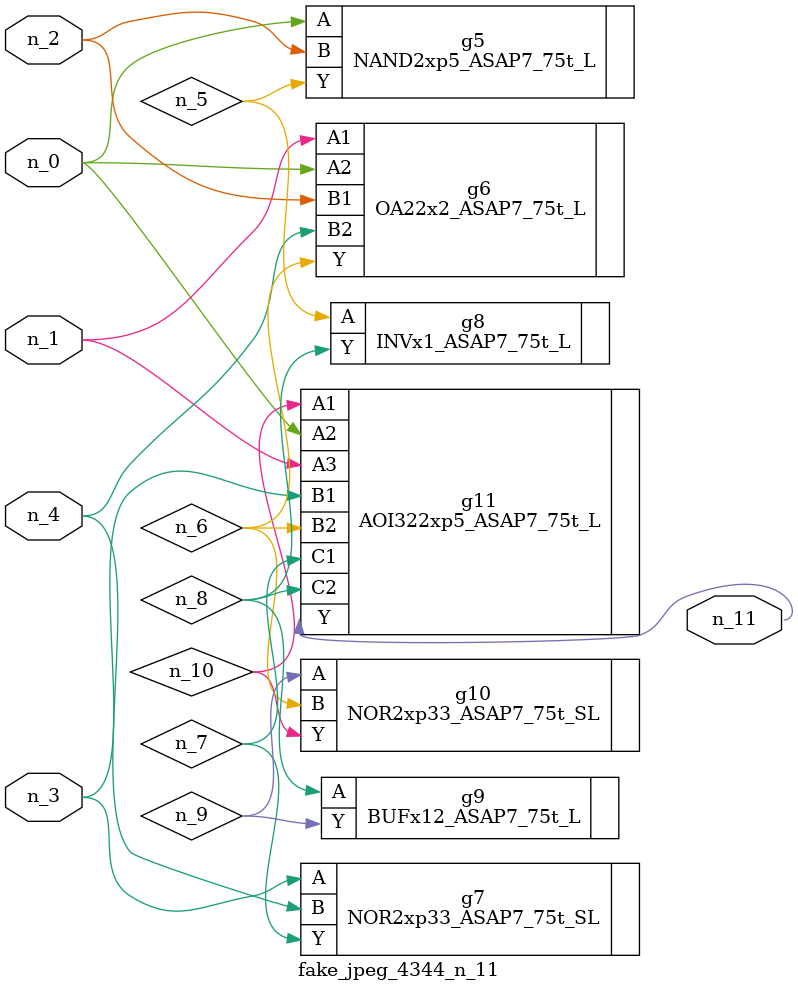
<source format=v>
module fake_jpeg_4344_n_11 (n_3, n_2, n_1, n_0, n_4, n_11);

input n_3;
input n_2;
input n_1;
input n_0;
input n_4;

output n_11;

wire n_10;
wire n_8;
wire n_9;
wire n_6;
wire n_5;
wire n_7;

NAND2xp5_ASAP7_75t_L g5 ( 
.A(n_0),
.B(n_2),
.Y(n_5)
);

OA22x2_ASAP7_75t_L g6 ( 
.A1(n_1),
.A2(n_0),
.B1(n_2),
.B2(n_4),
.Y(n_6)
);

NOR2xp33_ASAP7_75t_SL g7 ( 
.A(n_3),
.B(n_4),
.Y(n_7)
);

INVx1_ASAP7_75t_L g8 ( 
.A(n_5),
.Y(n_8)
);

BUFx12_ASAP7_75t_L g9 ( 
.A(n_8),
.Y(n_9)
);

NOR2xp33_ASAP7_75t_SL g10 ( 
.A(n_9),
.B(n_6),
.Y(n_10)
);

AOI322xp5_ASAP7_75t_L g11 ( 
.A1(n_10),
.A2(n_0),
.A3(n_1),
.B1(n_3),
.B2(n_6),
.C1(n_7),
.C2(n_8),
.Y(n_11)
);


endmodule
</source>
